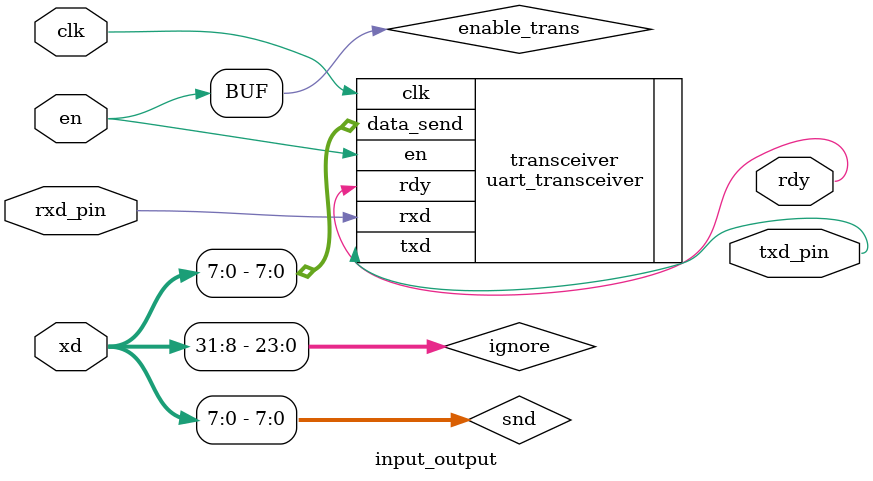
<source format=v>
module alu (
    input en,
    input has_imm,
    input [2:0] opcode,
    input [31:0] x1,
    input [31:0] x2,
    input [31:0] xd,
    input [20:0] imm,
    output reg [31:0] y
    );

    localparam OPCODE_ADD = 3'b000;
    localparam OPCODE_ADDI = 3'b001;
    localparam OPCODE_SUB = 3'b010;
    localparam OPCODE_SHR = 3'b011;
    localparam OPCODE_SHL = 3'b100;
    localparam OPCODE_AND = 3'b101;
    localparam OPCODE_OR = 3'b110;
    localparam OPCODE_XOR = 3'b111;

    wire [31:0] src;
    assign src = (has_imm) ? imm : x1;

    always @ ( * ) 
    begin
	if (en) begin
	    case (opcode)
		OPCODE_ADD: y = xd + src; 
		OPCODE_ADDI: y = x1 + x2 + imm; 
		OPCODE_SUB: y = xd - src - imm;
		OPCODE_SHR: y = xd >> src;
		OPCODE_SHL: y = xd << src;
		OPCODE_AND: y = xd & src;
		OPCODE_OR:  y = xd | src;
		OPCODE_XOR: y = xd ^ src;
	    endcase
	end
    end
endmodule

module branch (
    input en,
    input reset,
    input [2:0] opcode,
    input [31:0] x1,
    input [31:0] x2,
    input [31:0] xd,
    input [20:0] imm,
    output reg [31:0] offset,
    output reg st_flag 
    );

    localparam OPCODE_BEQ = 3'h0;
    localparam OPCODE_BNE = 3'h1; 
    localparam OPCODE_BGT = 3'h2;
    localparam OPCODE_BLT = 3'h3;
    localparam OPCODE_BGE = 3'h4;
    localparam OPCODE_BLE = 3'h5;
    localparam OPCODE_BRN = 3'h6;

    wire [31:0]diff;
    assign diff = {11'b11111111111, imm};
    always @ ( * )
    begin
	if (reset) st_flag = 0;
	if (en) begin
	    offset = xd + diff;
	    case (opcode)
		OPCODE_BGT: if (x1 > x2) st_flag = 1;
		OPCODE_BNE: if (x1 != x2) st_flag = 1;
		OPCODE_BEQ: if (x1 == x2) st_flag = 1;
		OPCODE_BGE: if (x1 >= x2) st_flag = 1;
	        OPCODE_BLT: if (x1 < x2) st_flag = 1;
	        OPCODE_BLE: if (x1 <= x2) st_flag = 1;
	        OPCODE_BRN: st_flag = 1;
	    endcase
	end 
    end
endmodule

module data_mov (
    input clk,
    input en,
    input [2:0] opcode,
    input [31:0] xs,
    input [31:0] xd,
    input [20:0] imm,
    input [31:0] i_data,
    output reg [31:0] i_addr,
    output reg [31:0] o_data,
    output reg [31:0] y,
    output reg [1:0] write_which,       // 2'b01 write regfile, 2'b10 write memory 
    output reg done
    );

    localparam OPCODE_SDW = 3'b000;
    localparam OPCODE_LDW = 3'b011;
    localparam OPCODE_OUT = 3'b110;

    localparam WRITE_REGFILE = 2'b01;
    localparam WRITE_MEMORY = 2'b10;
    localparam WRITE_NOTHING = 2'b00;

    reg [1:0]load_state;
    always @ ( * )
    begin
	if (en) 
	    case (opcode)
		OPCODE_SDW: begin
		    i_addr = xd + imm;
		    o_data = xs;
		    write_which = WRITE_MEMORY;
		    done = 1;
		end
		OPCODE_LDW: begin
		    case (load_state)
			2'b00: begin
			    done = 0;
			    i_addr = xs + imm;
			    load_state = 2'b01;
			end
			2'b01: begin
			    y = i_data;
			    write_which = WRITE_REGFILE;
			    load_state = 2'b10;
			end
			2'b10: done = 1;
		    endcase
		end
	    endcase
         else begin
	     i_addr = 32'bz;
             o_data = 32'bz;
	     write_which = WRITE_NOTHING;
	     load_state = 2'b00;
	     done = 0;
	 end
    end
endmodule

module input_output (
    input clk,
    input en,
    input [31:0] xd,
    output rdy,

    input rxd_pin,
    output txd_pin
    );

    wire enable_trans;
    wire [23:0] ignore;
    wire [7:0] snd;

    assign {ignore, snd} = xd;
    assign enable_trans = en;

    uart_transceiver transceiver(
	.clk(clk), .en(enable_trans), .data_send(snd), .rdy(rdy), .rxd(rxd_pin), .txd(txd_pin)
    );
endmodule

</source>
